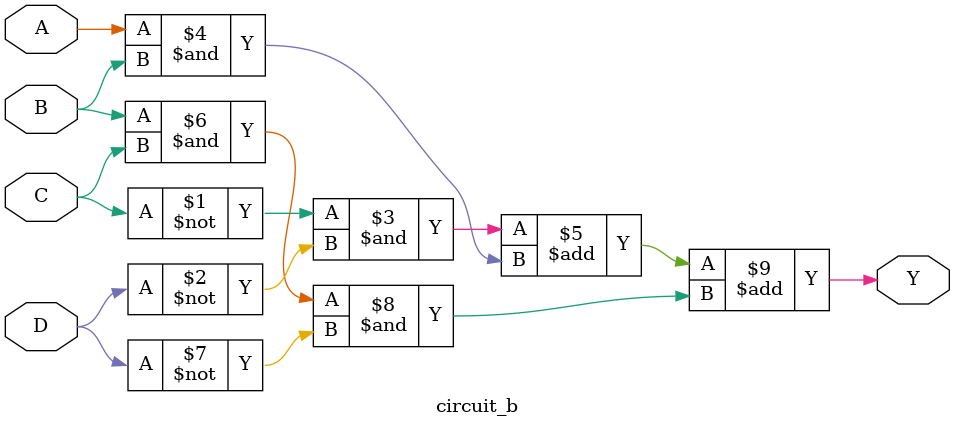
<source format=v>
module circuit_b(
    input A, B, C, D,
    output Y
);

    assign Y = (~C & ~D) +
        (A & B) +
        (B & C & ~D);

endmodule

</source>
